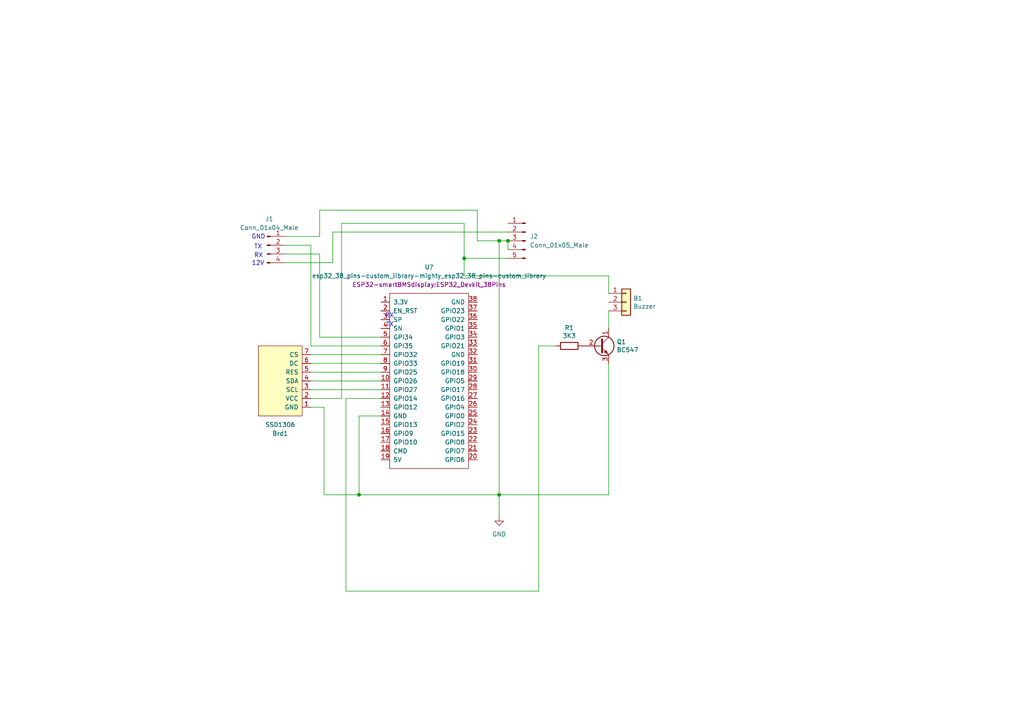
<source format=kicad_sch>
(kicad_sch (version 20211123) (generator eeschema)
  (paper "A4")
  (lib_symbols
    (symbol "Connector:Conn_01x04_Male" (pin_names (offset 1.016) hide)
      (property "Reference" "J" (at 0 5.08 0))
      (property "Value" "Conn_01x04_Male" (at 0 -7.62 0))
      (symbol "Conn_01x04_Male_1_1"
        (polyline (pts (xy 1.27 -5.08) (xy 0.8636 -5.08)) (stroke (width 0.1524)))
        (polyline (pts (xy 1.27 -2.54) (xy 0.8636 -2.54)) (stroke (width 0.1524)))
        (polyline (pts (xy 1.27 0) (xy 0.8636 0)) (stroke (width 0.1524)))
        (polyline (pts (xy 1.27 2.54) (xy 0.8636 2.54)) (stroke (width 0.1524)))
        (rectangle (start 0.8636 -4.953) (end 0 -5.207) (stroke (width 0.1524)) (fill (type outline)))
        (rectangle (start 0.8636 -2.413) (end 0 -2.667) (stroke (width 0.1524)) (fill (type outline)))
        (rectangle (start 0.8636 0.127) (end 0 -0.127) (stroke (width 0.1524)) (fill (type outline)))
        (rectangle (start 0.8636 2.667) (end 0 2.413) (stroke (width 0.1524)) (fill (type outline)))
        (pin passive line (at 5.08 2.54 180) (length 3.81) (name "Pin_1") (number "1"))
        (pin passive line (at 5.08 0 180) (length 3.81) (name "Pin_2") (number "2"))
        (pin passive line (at 5.08 -2.54 180) (length 3.81) (name "Pin_3") (number "3"))
        (pin passive line (at 5.08 -5.08 180) (length 3.81) (name "Pin_4") (number "4"))
      )
    )
    (symbol "Connector:Conn_01x05_Male" (pin_names (offset 1.016) hide)
      (property "Reference" "J" (at 0 7.62 0))
      (property "Value" "Conn_01x05_Male" (at 0 -7.62 0))
      (symbol "Conn_01x05_Male_1_1"
        (polyline (pts (xy 1.27 -5.08) (xy 0.8636 -5.08)) (stroke (width 0.1524)))
        (polyline (pts (xy 1.27 -2.54) (xy 0.8636 -2.54)) (stroke (width 0.1524)))
        (polyline (pts (xy 1.27 0) (xy 0.8636 0)) (stroke (width 0.1524)))
        (polyline (pts (xy 1.27 2.54) (xy 0.8636 2.54)) (stroke (width 0.1524)))
        (polyline (pts (xy 1.27 5.08) (xy 0.8636 5.08)) (stroke (width 0.1524)))
        (rectangle (start 0.8636 -4.953) (end 0 -5.207) (stroke (width 0.1524)) (fill (type outline)))
        (rectangle (start 0.8636 -2.413) (end 0 -2.667) (stroke (width 0.1524)) (fill (type outline)))
        (rectangle (start 0.8636 0.127) (end 0 -0.127) (stroke (width 0.1524)) (fill (type outline)))
        (rectangle (start 0.8636 2.667) (end 0 2.413) (stroke (width 0.1524)) (fill (type outline)))
        (rectangle (start 0.8636 5.207) (end 0 4.953) (stroke (width 0.1524)) (fill (type outline)))
        (pin passive line (at 5.08 5.08 180) (length 3.81) (name "Pin_1") (number "1"))
        (pin passive line (at 5.08 2.54 180) (length 3.81) (name "Pin_2") (number "2"))
        (pin passive line (at 5.08 0 180) (length 3.81) (name "Pin_3") (number "3"))
        (pin passive line (at 5.08 -2.54 180) (length 3.81) (name "Pin_4") (number "4"))
        (pin passive line (at 5.08 -5.08 180) (length 3.81) (name "Pin_5") (number "5"))
      )
    )
    (symbol "Connector_Generic:Conn_01x03" (pin_names (offset 1.016) hide)
      (property "Reference" "J" (at 0 5.08 0))
      (property "Value" "Conn_01x03" (at 0 -5.08 0))
      (symbol "Conn_01x03_1_1"
        (rectangle (start -1.27 -2.413) (end 0 -2.667) (stroke (width 0.1524)))
        (rectangle (start -1.27 0.127) (end 0 -0.127) (stroke (width 0.1524)))
        (rectangle (start -1.27 2.667) (end 0 2.413) (stroke (width 0.1524)))
        (rectangle (start -1.27 3.81) (end 1.27 -3.81) (stroke (width 0.254)) (fill (type background)))
        (pin passive line (at -5.08 2.54 0) (length 3.81) (name "Pin_1") (number "1"))
        (pin passive line (at -5.08 0 0) (length 3.81) (name "Pin_2") (number "2"))
        (pin passive line (at -5.08 -2.54 0) (length 3.81) (name "Pin_3") (number "3"))
      )
    )
    (symbol "Device:R" (pin_numbers hide) (pin_names (offset 0))
      (property "Reference" "R" (at 2.032 0 90))
      (property "Value" "R" (at 0 0 90))
      (symbol "R_0_1"
        (rectangle (start -1.016 -2.54) (end 1.016 2.54) (stroke (width 0.254)))
      )
      (symbol "R_1_1"
        (pin passive line (at 0 3.81 270) (length 1.27) (name "~") (number "1"))
        (pin passive line (at 0 -3.81 90) (length 1.27) (name "~") (number "2"))
      )
    )
    (symbol "SSD1306-128x64_OLED:SSD1306" (pin_names (offset 1.016))
      (property "Reference" "Brd" (at 3.81 -3.81 0))
      (property "Value" "SSD1306" (at 3.81 -1.27 0))
      (symbol "SSD1306_0_1"
        (rectangle (start -6.35 6.35) (end 13.97 -6.35) (fill (type background)))
      )
      (symbol "SSD1306_1_1"
        (pin input line (at -3.81 8.89 270) (length 2.54) (name "GND") (number "1"))
        (pin input line (at -1.27 8.89 270) (length 2.54) (name "VCC") (number "2"))
        (pin input line (at 1.27 8.89 270) (length 2.54) (name "SCL") (number "3"))
        (pin input line (at 3.81 8.89 270) (length 2.54) (name "SDA") (number "4"))
        (pin input line (at 6.35 8.89 270) (length 2.54) (name "RES") (number "5"))
        (pin input line (at 8.89 8.89 270) (length 2.54) (name "DC") (number "6"))
        (pin input line (at 11.43 8.89 270) (length 2.54) (name "CS") (number "7"))
      )
    )
    (symbol "Transistor_BJT:BC547" (pin_names (offset 0) hide)
      (property "Reference" "Q" (at 5.08 1.905 0))
      (property "Value" "BC547" (at 5.08 0 0))
      (symbol "BC547_0_1"
        (polyline (pts (xy 0 0) (xy 0.635 0)))
        (polyline (pts (xy 0.635 0.635) (xy 2.54 2.54)))
        (polyline (pts (xy 0.635 -0.635) (xy 2.54 -2.54) (xy 2.54 -2.54)))
        (polyline (pts (xy 0.635 1.905) (xy 0.635 -1.905) (xy 0.635 -1.905)) (stroke (width 0.508)))
        (polyline (pts (xy 1.27 -1.778) (xy 1.778 -1.27) (xy 2.286 -2.286) (xy 1.27 -1.778) (xy 1.27 -1.778)) (fill (type outline)))
        (circle (center 1.27 0) (radius 2.8194) (stroke (width 0.254)))
      )
      (symbol "BC547_1_1"
        (pin passive line (at 2.54 5.08 270) (length 2.54) (name "C") (number "1"))
        (pin input line (at -5.08 0 0) (length 5.08) (name "B") (number "2"))
        (pin passive line (at 2.54 -5.08 90) (length 2.54) (name "E") (number "3"))
      )
    )
    (symbol "esp32_38_pins-custom_library-mighty_esp32_38_pins-custom_library:esp32_38_pins-custom_library-mighty_esp32_38_pins-custom_library" (pin_names (offset 1.016))
      (property "Reference" "U" (at -1.27 8.89 0))
      (property "Value" "esp32_38_pins-custom_library-mighty_esp32_38_pins-custom_library" (at 12.7 -44.45 0))
      (property "Footprint" "esp32_lora_v2:esp32_devkitv4_38pin" (at 10.16 -45.72 0))
      (symbol "esp32_38_pins-custom_library-mighty_esp32_38_pins-custom_library_0_1"
        (rectangle (start -2.54 7.62) (end 20.32 -43.18))
      )
      (symbol "esp32_38_pins-custom_library-mighty_esp32_38_pins-custom_library_1_1"
        (pin power_out line (at -5.08 5.08 0) (length 2.54) (name "3.3V") (number "1"))
        (pin bidirectional line (at -5.08 -17.78 0) (length 2.54) (name "GPIO26") (number "10"))
        (pin bidirectional line (at -5.08 -20.32 0) (length 2.54) (name "GPIO27") (number "11"))
        (pin bidirectional line (at -5.08 -22.86 0) (length 2.54) (name "GPIO14") (number "12"))
        (pin bidirectional line (at -5.08 -25.4 0) (length 2.54) (name "GPIO12") (number "13"))
        (pin power_in line (at -5.08 -27.94 0) (length 2.54) (name "GND") (number "14"))
        (pin bidirectional line (at -5.08 -30.48 0) (length 2.54) (name "GPIO13") (number "15"))
        (pin bidirectional line (at -5.08 -33.02 0) (length 2.54) (name "GPIO9") (number "16"))
        (pin bidirectional line (at -5.08 -35.56 0) (length 2.54) (name "GPIO10") (number "17"))
        (pin input line (at -5.08 -38.1 0) (length 2.54) (name "CMD") (number "18"))
        (pin power_in line (at -5.08 -40.64 0) (length 2.54) (name "5V") (number "19"))
        (pin input line (at -5.08 2.54 0) (length 2.54) (name "EN_RST") (number "2"))
        (pin bidirectional line (at 22.86 -40.64 180) (length 2.54) (name "GPIO6") (number "20"))
        (pin bidirectional line (at 22.86 -38.1 180) (length 2.54) (name "GPIO7") (number "21"))
        (pin bidirectional line (at 22.86 -35.56 180) (length 2.54) (name "GPIO8") (number "22"))
        (pin bidirectional line (at 22.86 -33.02 180) (length 2.54) (name "GPIO15") (number "23"))
        (pin bidirectional line (at 22.86 -30.48 180) (length 2.54) (name "GPIO2") (number "24"))
        (pin bidirectional line (at 22.86 -27.94 180) (length 2.54) (name "GPIO0") (number "25"))
        (pin bidirectional line (at 22.86 -25.4 180) (length 2.54) (name "GPIO4") (number "26"))
        (pin bidirectional line (at 22.86 -22.86 180) (length 2.54) (name "GPIO16") (number "27"))
        (pin bidirectional line (at 22.86 -20.32 180) (length 2.54) (name "GPIO17") (number "28"))
        (pin bidirectional line (at 22.86 -17.78 180) (length 2.54) (name "GPIO5") (number "29"))
        (pin input line (at -5.08 0 0) (length 2.54) (name "SP") (number "3"))
        (pin bidirectional line (at 22.86 -15.24 180) (length 2.54) (name "GPIO18") (number "30"))
        (pin bidirectional line (at 22.86 -12.7 180) (length 2.54) (name "GPIO19") (number "31"))
        (pin power_in line (at 22.86 -10.16 180) (length 2.54) (name "GND") (number "32"))
        (pin bidirectional line (at 22.86 -7.62 180) (length 2.54) (name "GPIO21") (number "33"))
        (pin bidirectional line (at 22.86 -5.08 180) (length 2.54) (name "GPIO3") (number "34"))
        (pin bidirectional line (at 22.86 -2.54 180) (length 2.54) (name "GPIO1") (number "35"))
        (pin bidirectional line (at 22.86 0 180) (length 2.54) (name "GPIO22") (number "36"))
        (pin bidirectional line (at 22.86 2.54 180) (length 2.54) (name "GPIO23") (number "37"))
        (pin passive line (at 22.86 5.08 180) (length 2.54) (name "GND") (number "38"))
        (pin input line (at -5.08 -2.54 0) (length 2.54) (name "SN") (number "4"))
        (pin input line (at -5.08 -5.08 0) (length 2.54) (name "GPI34") (number "5"))
        (pin input line (at -5.08 -7.62 0) (length 2.54) (name "GPI35") (number "6"))
        (pin bidirectional line (at -5.08 -10.16 0) (length 2.54) (name "GPIO32") (number "7"))
        (pin bidirectional line (at -5.08 -12.7 0) (length 2.54) (name "GPIO33") (number "8"))
        (pin bidirectional line (at -5.08 -15.24 0) (length 2.54) (name "GPIO25") (number "9"))
      )
    )
    (symbol "power:GND" (power) (pin_names (offset 0))
      (property "Value" "GND" (at 0 -3.81 0))
      (symbol "GND_0_1"
        (polyline (pts (xy 0 0) (xy 0 -1.27) (xy 1.27 -1.27) (xy 0 -2.54) (xy -1.27 -1.27) (xy 0 -1.27)))
      )
      (symbol "GND_1_1"
        (pin power_in line (at 0 0 270) (length 0) hide (name "GND") (number "1"))
      )
    )
  )
  (junction (at 104.14 143.51))
  (junction (at 144.78 69.85))
  (junction (at 147.32 69.85))
  (junction (at 144.78 143.51))
  (junction (at 134.62 74.93))
  (wire (pts (xy 176.53 143.51) (xy 144.78 143.51)))
  (wire (pts (xy 144.78 143.51) (xy 104.14 143.51)))
  (wire (pts (xy 144.78 69.85) (xy 144.78 143.51)))
  (wire (pts (xy 156.21 100.33) (xy 156.21 171.45)))
  (wire (pts (xy 176.53 80.01) (xy 134.62 80.01)))
  (wire (pts (xy 90.17 118.11) (xy 93.98 118.11)))
  (wire (pts (xy 138.43 69.85) (xy 144.78 69.85)))
  (wire (pts (xy 176.53 105.41) (xy 176.53 143.51)))
  (wire (pts (xy 93.98 143.51) (xy 104.14 143.51)))
  (wire (pts (xy 176.53 90.17) (xy 176.53 95.25)))
  (wire (pts (xy 104.14 120.65) (xy 110.49 120.65)))
  (wire (pts (xy 92.71 73.66) (xy 82.55 73.66)))
  (wire (pts (xy 96.52 67.31) (xy 96.52 76.2)))
  (wire (pts (xy 90.17 107.95) (xy 110.49 107.95)))
  (wire (pts (xy 93.98 118.11) (xy 93.98 143.51)))
  (wire (pts (xy 90.17 110.49) (xy 110.49 110.49)))
  (wire (pts (xy 104.14 143.51) (xy 104.14 120.65)))
  (wire (pts (xy 82.55 68.58) (xy 92.71 68.58)))
  (wire (pts (xy 90.17 100.33) (xy 110.49 100.33)))
  (wire (pts (xy 90.17 105.41) (xy 110.49 105.41)))
  (wire (pts (xy 90.17 71.12) (xy 82.55 71.12)))
  (wire (pts (xy 92.71 97.79) (xy 110.49 97.79)))
  (wire (pts (xy 156.21 171.45) (xy 100.33 171.45)))
  (wire (pts (xy 99.06 64.77) (xy 134.62 64.77)))
  (wire (pts (xy 134.62 74.93) (xy 134.62 80.01)))
  (wire (pts (xy 134.62 74.93) (xy 147.32 74.93)))
  (wire (pts (xy 100.33 115.57) (xy 110.49 115.57)))
  (wire (pts (xy 90.17 102.87) (xy 110.49 102.87)))
  (wire (pts (xy 100.33 171.45) (xy 100.33 115.57)))
  (wire (pts (xy 161.29 100.33) (xy 156.21 100.33)))
  (wire (pts (xy 138.43 60.96) (xy 138.43 69.85)))
  (wire (pts (xy 90.17 115.57) (xy 99.06 115.57)))
  (wire (pts (xy 92.71 73.66) (xy 92.71 97.79)))
  (wire (pts (xy 134.62 64.77) (xy 134.62 74.93)))
  (wire (pts (xy 96.52 76.2) (xy 82.55 76.2)))
  (wire (pts (xy 92.71 60.96) (xy 138.43 60.96)))
  (wire (pts (xy 92.71 68.58) (xy 92.71 60.96)))
  (wire (pts (xy 147.32 69.85) (xy 147.32 72.39)))
  (wire (pts (xy 96.52 67.31) (xy 147.32 67.31)))
  (wire (pts (xy 90.17 113.03) (xy 110.49 113.03)))
  (wire (pts (xy 99.06 115.57) (xy 99.06 64.77)))
  (wire (pts (xy 144.78 69.85) (xy 147.32 69.85)))
  (wire (pts (xy 176.53 85.09) (xy 176.53 80.01)))
  (wire (pts (xy 144.78 143.51) (xy 144.78 149.86)))
  (wire (pts (xy 90.17 71.12) (xy 90.17 100.33)))
  (text "RX" (at 111.6229 92.3683 0) (effects (font (size 1.27 1.27)) (justify left bottom)))
  (text "12V" (at 72.9843 77.1864 0) (effects (font (size 1.27 1.27)) (justify left bottom)))
  (text "TX" (at 73.66 72.39 0) (effects (font (size 1.27 1.27)) (justify left bottom)))
  (text "GND" (at 72.9159 69.5271 0) (effects (font (size 1.27 1.27)) (justify left bottom)))
  (text "TX" (at 111.8964 94.967 0) (effects (font (size 1.27 1.27)) (justify left bottom)))
  (text "RX" (at 73.66 74.93 0) (effects (font (size 1.27 1.27)) (justify left bottom)))
  (symbol (lib_id "Connector:Conn_01x05_Male") (at 152.4 69.85 0) (mirror y) (unit 1)
    (property "Reference" "J2" (at 153.67 68.5799 0) (effects (justify right)))
    (property "Value" "Conn_01x05_Male" (at 153.67 71.1199 0) (effects (justify right)))
    (property "Footprint" "Connector_PinHeader_2.54mm:PinHeader_1x05_P2.54mm_Vertical" (effects hide))
  )
  (symbol (lib_id "Device:R") (at 165.1 100.33 270) (unit 1)
    (property "Reference" "R1" (at 165.1 95.0722 90))
    (property "Value" "3K3" (at 165.1 97.3836 90))
    (property "Footprint" "Resistor_THT:R_Axial_DIN0207_L6.3mm_D2.5mm_P10.16mm_Horizontal" (effects hide))
  )
  (symbol (lib_id "Transistor_BJT:BC547") (at 173.99 100.33 0) (unit 1)
    (property "Reference" "Q1" (at 178.8414 99.1616 0) (effects (justify left)))
    (property "Value" "BC547" (at 178.8414 101.473 0) (effects (justify left)))
    (property "Footprint" "Package_TO_SOT_THT:TO-92_HandSolder" (effects hide))
    (property "Datasheet" "http://www.fairchildsemi.com/ds/BC/BC547.pdf" (effects hide))
  )
  (symbol (lib_id "Connector:Conn_01x04_Male") (at 77.47 71.12 0) (unit 1)
    (property "Reference" "J1" (at 78.105 63.5 0))
    (property "Value" "Conn_01x04_Male" (at 78.105 66.04 0))
    (property "Footprint" "Connector_PinHeader_2.54mm:PinHeader_1x04_P2.54mm_Vertical" (effects hide))
  )
  (symbol (lib_id "Connector_Generic:Conn_01x03") (at 181.61 87.63 0) (unit 1)
    (property "Reference" "B1" (at 183.642 86.5632 0) (effects (justify left)))
    (property "Value" "Buzzer" (at 183.642 88.8746 0) (effects (justify left)))
    (property "Footprint" "Connector_PinHeader_2.00mm:PinHeader_1x03_P2.00mm_Vertical" (effects hide))
  )
  (symbol (lib_id "SSD1306-128x64_OLED:SSD1306") (at 81.28 114.3 270) (mirror x) (unit 1)
    (property "Reference" "Brd1" (at 81.28 125.73 90))
    (property "Value" "SSD1306" (at 81.28 123.19 90))
    (property "Footprint" "SSD1306:128x64OLED" (effects hide))
  )
  (symbol (lib_id "power:GND") (at 144.78 149.86 0) (unit 1)
    (property "Reference" "#PWR0101" (effects hide))
    (property "Value" "GND" (at 144.78 154.94 0))
  )
  (symbol (lib_id "esp32_38_pins-custom_library-mighty_esp32_38_pins-custom_library:esp32_38_pins-custom_library-mighty_esp32_38_pins-custom_library") (at 115.57 92.71 0) (unit 1)
    (property "Reference" "U?" (at 124.46 77.47 0))
    (property "Value" "esp32_38_pins-custom_library-mighty_esp32_38_pins-custom_library" (at 124.46 80.01 0))
    (property "Footprint" "ESP32-smartBMSdisplay:ESP32_Devkit_38Pins" (at 124.46 82.55 0))
  )
)
</source>
